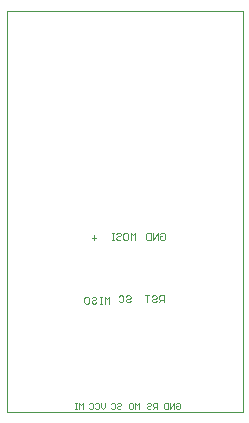
<source format=gbo>
G04*
G04 #@! TF.GenerationSoftware,Altium Limited,Altium Designer,22.2.1 (43)*
G04*
G04 Layer_Color=32896*
%FSLAX42Y42*%
%MOMM*%
G71*
G04*
G04 #@! TF.SameCoordinates,2103375D-A71D-46A8-8251-58F9F09037AB*
G04*
G04*
G04 #@! TF.FilePolarity,Positive*
G04*
G01*
G75*
%ADD10C,0.10*%
D10*
X1300Y1510D02*
X1310Y1520D01*
X1330D01*
X1340Y1510D01*
Y1470D01*
X1330Y1460D01*
X1310D01*
X1300Y1470D01*
Y1490D01*
X1320D01*
X1280Y1460D02*
Y1520D01*
X1240Y1460D01*
Y1520D01*
X1220D02*
Y1460D01*
X1190D01*
X1180Y1470D01*
Y1510D01*
X1190Y1520D01*
X1220D01*
X1330Y930D02*
Y990D01*
X1300D01*
X1290Y980D01*
Y960D01*
X1300Y950D01*
X1330D01*
X1310D02*
X1290Y930D01*
X1230Y980D02*
X1240Y990D01*
X1260D01*
X1270Y980D01*
Y970D01*
X1260Y960D01*
X1240D01*
X1230Y950D01*
Y940D01*
X1240Y930D01*
X1260D01*
X1270Y940D01*
X1210Y990D02*
X1170D01*
X1190D01*
Y930D01*
X1090Y1460D02*
Y1520D01*
X1070Y1500D01*
X1050Y1520D01*
Y1460D01*
X1000Y1520D02*
X1020D01*
X1030Y1510D01*
Y1470D01*
X1020Y1460D01*
X1000D01*
X990Y1470D01*
Y1510D01*
X1000Y1520D01*
X930Y1510D02*
X940Y1520D01*
X960D01*
X970Y1510D01*
Y1500D01*
X960Y1490D01*
X940D01*
X930Y1480D01*
Y1470D01*
X940Y1460D01*
X960D01*
X970Y1470D01*
X910Y1520D02*
X890D01*
X900D01*
Y1460D01*
X910D01*
X890D01*
X1010Y980D02*
X1020Y990D01*
X1040D01*
X1050Y980D01*
Y970D01*
X1040Y960D01*
X1020D01*
X1010Y950D01*
Y940D01*
X1020Y930D01*
X1040D01*
X1050Y940D01*
X950Y980D02*
X960Y990D01*
X980D01*
X990Y980D01*
Y940D01*
X980Y930D01*
X960D01*
X950Y940D01*
X740Y1460D02*
Y1500D01*
X760Y1480D02*
X720D01*
X870Y920D02*
Y980D01*
X850Y960D01*
X830Y980D01*
Y920D01*
X810Y980D02*
X790D01*
X800D01*
Y920D01*
X810D01*
X790D01*
X720Y970D02*
X730Y980D01*
X750D01*
X760Y970D01*
Y960D01*
X750Y950D01*
X730D01*
X720Y940D01*
Y930D01*
X730Y920D01*
X750D01*
X760Y930D01*
X670Y980D02*
X690D01*
X700Y970D01*
Y930D01*
X690Y920D01*
X670D01*
X660Y930D01*
Y970D01*
X670Y980D01*
X1437Y72D02*
X1445Y80D01*
X1462D01*
X1470Y72D01*
Y38D01*
X1462Y30D01*
X1445D01*
X1437Y38D01*
Y55D01*
X1453D01*
X1420Y30D02*
Y80D01*
X1387Y30D01*
Y80D01*
X1370D02*
Y30D01*
X1345D01*
X1337Y38D01*
Y72D01*
X1345Y80D01*
X1370D01*
X1270Y30D02*
Y80D01*
X1245D01*
X1237Y72D01*
Y55D01*
X1245Y47D01*
X1270D01*
X1253D02*
X1237Y30D01*
X1187Y72D02*
X1195Y80D01*
X1212D01*
X1220Y72D01*
Y63D01*
X1212Y55D01*
X1195D01*
X1187Y47D01*
Y38D01*
X1195Y30D01*
X1212D01*
X1220Y38D01*
X1120Y30D02*
Y80D01*
X1103Y63D01*
X1087Y80D01*
Y30D01*
X1045Y80D02*
X1062D01*
X1070Y72D01*
Y38D01*
X1062Y30D01*
X1045D01*
X1037Y38D01*
Y72D01*
X1045Y80D01*
X937Y72D02*
X945Y80D01*
X962D01*
X970Y72D01*
Y63D01*
X962Y55D01*
X945D01*
X937Y47D01*
Y38D01*
X945Y30D01*
X962D01*
X970Y38D01*
X887Y72D02*
X895Y80D01*
X912D01*
X920Y72D01*
Y38D01*
X912Y30D01*
X895D01*
X887Y38D01*
X830Y80D02*
Y47D01*
X813Y30D01*
X797Y47D01*
Y80D01*
X747Y72D02*
X755Y80D01*
X772D01*
X780Y72D01*
Y38D01*
X772Y30D01*
X755D01*
X747Y38D01*
X697Y72D02*
X705Y80D01*
X722D01*
X730Y72D01*
Y38D01*
X722Y30D01*
X705D01*
X697Y38D01*
X650Y30D02*
Y80D01*
X633Y63D01*
X617Y80D01*
Y30D01*
X600Y80D02*
X583D01*
X592D01*
Y30D01*
X600D01*
X583D01*
X0Y0D02*
Y3400D01*
X2000D01*
Y0D02*
Y3400D01*
X0Y0D02*
X2000D01*
M02*

</source>
